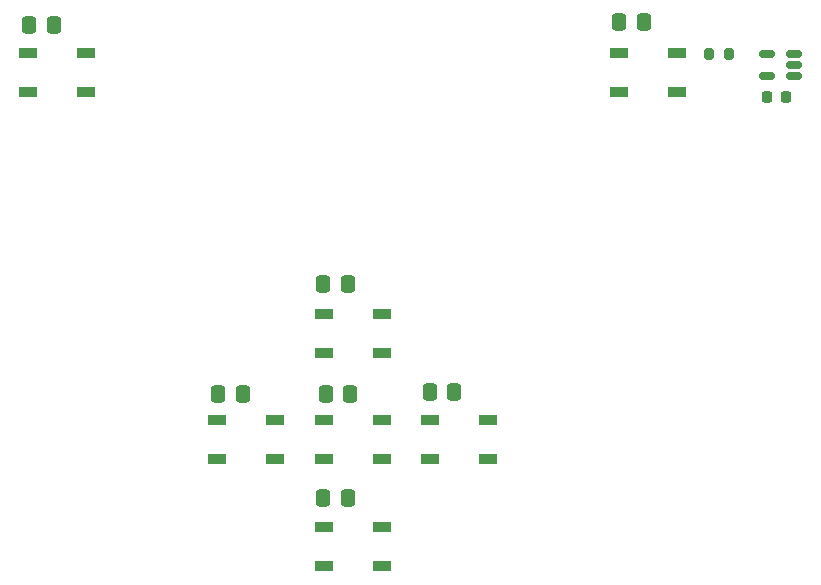
<source format=gbr>
%TF.GenerationSoftware,KiCad,Pcbnew,7.0.8*%
%TF.CreationDate,2023-10-23T18:19:39+02:00*%
%TF.ProjectId,LED_Eyes2,4c45445f-4579-4657-9332-2e6b69636164,rev?*%
%TF.SameCoordinates,Original*%
%TF.FileFunction,Paste,Top*%
%TF.FilePolarity,Positive*%
%FSLAX46Y46*%
G04 Gerber Fmt 4.6, Leading zero omitted, Abs format (unit mm)*
G04 Created by KiCad (PCBNEW 7.0.8) date 2023-10-23 18:19:39*
%MOMM*%
%LPD*%
G01*
G04 APERTURE LIST*
G04 Aperture macros list*
%AMRoundRect*
0 Rectangle with rounded corners*
0 $1 Rounding radius*
0 $2 $3 $4 $5 $6 $7 $8 $9 X,Y pos of 4 corners*
0 Add a 4 corners polygon primitive as box body*
4,1,4,$2,$3,$4,$5,$6,$7,$8,$9,$2,$3,0*
0 Add four circle primitives for the rounded corners*
1,1,$1+$1,$2,$3*
1,1,$1+$1,$4,$5*
1,1,$1+$1,$6,$7*
1,1,$1+$1,$8,$9*
0 Add four rect primitives between the rounded corners*
20,1,$1+$1,$2,$3,$4,$5,0*
20,1,$1+$1,$4,$5,$6,$7,0*
20,1,$1+$1,$6,$7,$8,$9,0*
20,1,$1+$1,$8,$9,$2,$3,0*%
G04 Aperture macros list end*
%ADD10RoundRect,0.250000X-0.337500X-0.475000X0.337500X-0.475000X0.337500X0.475000X-0.337500X0.475000X0*%
%ADD11RoundRect,0.200000X-0.200000X-0.275000X0.200000X-0.275000X0.200000X0.275000X-0.200000X0.275000X0*%
%ADD12RoundRect,0.150000X0.512500X0.150000X-0.512500X0.150000X-0.512500X-0.150000X0.512500X-0.150000X0*%
%ADD13R,1.500000X0.900000*%
%ADD14RoundRect,0.225000X-0.225000X-0.250000X0.225000X-0.250000X0.225000X0.250000X-0.225000X0.250000X0*%
G04 APERTURE END LIST*
D10*
%TO.C,C4*%
X137500000Y-113400000D03*
X139575000Y-113400000D03*
%TD*%
D11*
%TO.C,R1*%
X170200000Y-93900000D03*
X171850000Y-93900000D03*
%TD*%
D12*
%TO.C,U1*%
X177375000Y-95800000D03*
X177375000Y-94850000D03*
X177375000Y-93900000D03*
X175100000Y-93900000D03*
X175100000Y-95800000D03*
%TD*%
D10*
%TO.C,C6*%
X137525000Y-131500000D03*
X139600000Y-131500000D03*
%TD*%
%TO.C,C7*%
X146525000Y-122500000D03*
X148600000Y-122500000D03*
%TD*%
D13*
%TO.C,D2*%
X112550000Y-93850000D03*
X112550000Y-97150000D03*
X117450000Y-97150000D03*
X117450000Y-93850000D03*
%TD*%
%TO.C,D5*%
X137550000Y-124950000D03*
X137550000Y-128250000D03*
X142450000Y-128250000D03*
X142450000Y-124950000D03*
%TD*%
D10*
%TO.C,C2*%
X112625000Y-91500000D03*
X114700000Y-91500000D03*
%TD*%
D13*
%TO.C,D3*%
X128550000Y-124950000D03*
X128550000Y-128250000D03*
X133450000Y-128250000D03*
X133450000Y-124950000D03*
%TD*%
%TO.C,D1*%
X162550000Y-93850000D03*
X162550000Y-97150000D03*
X167450000Y-97150000D03*
X167450000Y-93850000D03*
%TD*%
%TO.C,D6*%
X137550000Y-133950000D03*
X137550000Y-137250000D03*
X142450000Y-137250000D03*
X142450000Y-133950000D03*
%TD*%
D10*
%TO.C,C5*%
X137725000Y-122700000D03*
X139800000Y-122700000D03*
%TD*%
%TO.C,C3*%
X128625000Y-122700000D03*
X130700000Y-122700000D03*
%TD*%
D13*
%TO.C,D4*%
X137550000Y-115950000D03*
X137550000Y-119250000D03*
X142450000Y-119250000D03*
X142450000Y-115950000D03*
%TD*%
%TO.C,D7*%
X146550000Y-124950000D03*
X146550000Y-128250000D03*
X151450000Y-128250000D03*
X151450000Y-124950000D03*
%TD*%
D14*
%TO.C,C20*%
X175100000Y-97600000D03*
X176650000Y-97600000D03*
%TD*%
D10*
%TO.C,C1*%
X162562500Y-91200000D03*
X164637500Y-91200000D03*
%TD*%
M02*

</source>
